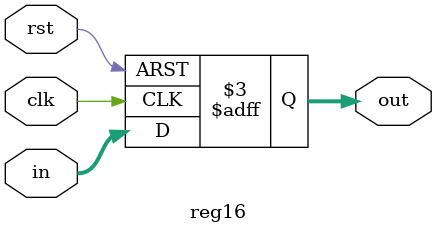
<source format=sv>

module reg16 (input clk, rst, input [15:0] in, output reg [15:0] out);

	initial out = 32'd0;

	always @(posedge clk, posedge rst) begin
		if (rst) out <= 32'd0;
		else out <= in;
	end
        
endmodule
</source>
